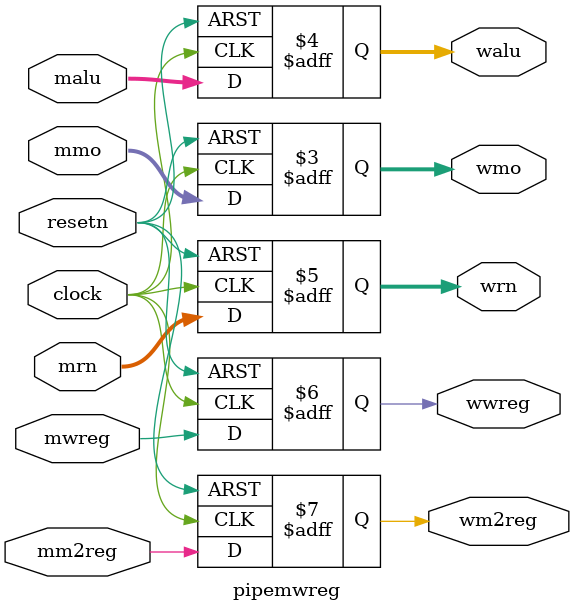
<source format=v>
module pipemwreg (mwreg, mm2reg, mmo, malu, mrn, clock, resetn, wwreg,
						wm2reg, wmo, walu, wrn);

	input	 		[31:0]	mmo, malu;
	input	 		[ 4:0]	mrn;
	input	 					mwreg, mm2reg, clock, resetn;
	output reg	[31:0]	wmo, walu;
	output reg	[ 4:0]	wrn;
	output reg				wwreg, wm2reg;
	
	always @ (posedge clock or negedge resetn)
		if (resetn==0)
			begin
			wwreg = 0;
			wm2reg = 0;
			wmo = 0;
			walu = 0;
			wrn = 0;
			end
		else
			begin
			wwreg = mwreg;
			wm2reg = mm2reg;
			wmo = mmo;
			walu = malu;
			wrn = mrn;
			end

endmodule

</source>
